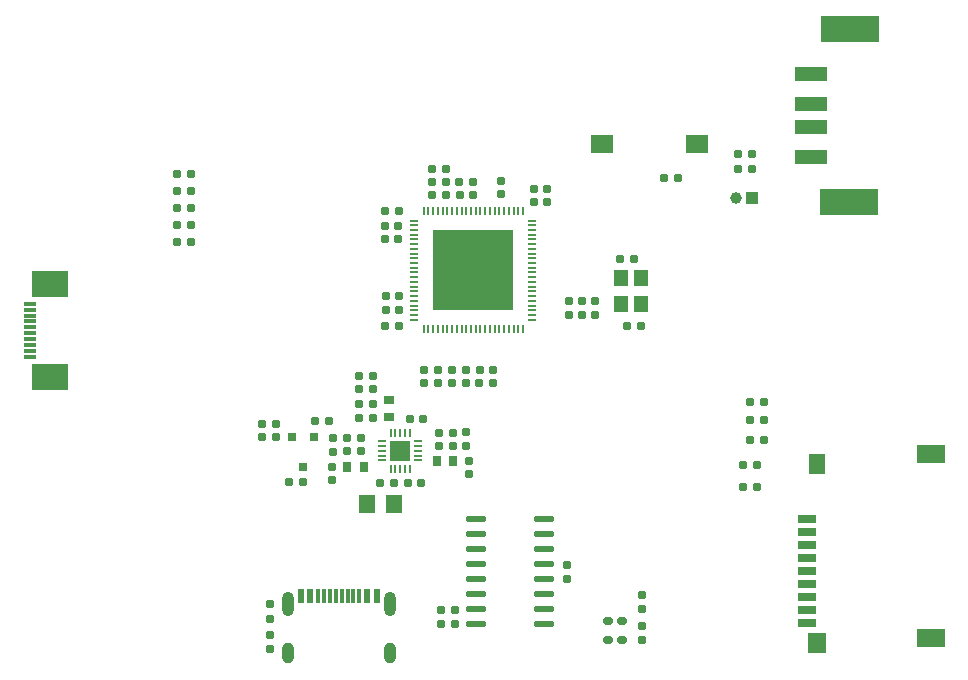
<source format=gbr>
%TF.GenerationSoftware,KiCad,Pcbnew,(6.0.0)*%
%TF.CreationDate,2022-08-30T21:50:04+08:00*%
%TF.ProjectId,F1C200S-HomeAssistant-Board,46314332-3030-4532-9d48-6f6d65417373,rev?*%
%TF.SameCoordinates,Original*%
%TF.FileFunction,Paste,Top*%
%TF.FilePolarity,Positive*%
%FSLAX46Y46*%
G04 Gerber Fmt 4.6, Leading zero omitted, Abs format (unit mm)*
G04 Created by KiCad (PCBNEW (6.0.0)) date 2022-08-30 21:50:04*
%MOMM*%
%LPD*%
G01*
G04 APERTURE LIST*
G04 Aperture macros list*
%AMRoundRect*
0 Rectangle with rounded corners*
0 $1 Rounding radius*
0 $2 $3 $4 $5 $6 $7 $8 $9 X,Y pos of 4 corners*
0 Add a 4 corners polygon primitive as box body*
4,1,4,$2,$3,$4,$5,$6,$7,$8,$9,$2,$3,0*
0 Add four circle primitives for the rounded corners*
1,1,$1+$1,$2,$3*
1,1,$1+$1,$4,$5*
1,1,$1+$1,$6,$7*
1,1,$1+$1,$8,$9*
0 Add four rect primitives between the rounded corners*
20,1,$1+$1,$2,$3,$4,$5,0*
20,1,$1+$1,$4,$5,$6,$7,0*
20,1,$1+$1,$6,$7,$8,$9,0*
20,1,$1+$1,$8,$9,$2,$3,0*%
G04 Aperture macros list end*
%ADD10RoundRect,0.155000X0.155000X-0.212500X0.155000X0.212500X-0.155000X0.212500X-0.155000X-0.212500X0*%
%ADD11RoundRect,0.160000X-0.197500X-0.160000X0.197500X-0.160000X0.197500X0.160000X-0.197500X0.160000X0*%
%ADD12RoundRect,0.160000X0.160000X-0.197500X0.160000X0.197500X-0.160000X0.197500X-0.160000X-0.197500X0*%
%ADD13R,1.900000X1.500000*%
%ADD14RoundRect,0.160000X-0.222500X-0.160000X0.222500X-0.160000X0.222500X0.160000X-0.222500X0.160000X0*%
%ADD15RoundRect,0.155000X0.212500X0.155000X-0.212500X0.155000X-0.212500X-0.155000X0.212500X-0.155000X0*%
%ADD16RoundRect,0.155000X-0.212500X-0.155000X0.212500X-0.155000X0.212500X0.155000X-0.212500X0.155000X0*%
%ADD17RoundRect,0.160000X0.197500X0.160000X-0.197500X0.160000X-0.197500X-0.160000X0.197500X-0.160000X0*%
%ADD18RoundRect,0.155000X-0.155000X0.212500X-0.155000X-0.212500X0.155000X-0.212500X0.155000X0.212500X0*%
%ADD19R,1.330000X1.500000*%
%ADD20R,1.200000X1.400000*%
%ADD21RoundRect,0.160000X-0.160000X0.197500X-0.160000X-0.197500X0.160000X-0.197500X0.160000X0.197500X0*%
%ADD22R,1.100000X0.300000*%
%ADD23R,3.100000X2.300000*%
%ADD24R,0.800000X0.860000*%
%ADD25O,1.750000X0.560000*%
%ADD26R,1.600000X0.700000*%
%ADD27R,1.600000X1.800000*%
%ADD28R,2.400000X1.600000*%
%ADD29R,1.400000X1.800000*%
%ADD30R,0.800000X0.200000*%
%ADD31R,0.200000X0.800000*%
%ADD32R,6.750000X6.750000*%
%ADD33R,0.860000X0.800000*%
%ADD34R,2.800000X1.200000*%
%ADD35R,5.000000X2.200000*%
%ADD36O,1.000000X2.100000*%
%ADD37O,1.000000X1.800000*%
%ADD38R,0.600000X1.240000*%
%ADD39R,0.300000X1.240000*%
%ADD40R,1.000000X1.000000*%
%ADD41C,1.000000*%
%ADD42R,1.700000X1.700000*%
%ADD43R,0.800000X0.800000*%
G04 APERTURE END LIST*
D10*
%TO.C,C16*%
X97300000Y-115567500D03*
X97300000Y-114432500D03*
%TD*%
D11*
%TO.C,R29*%
X69902500Y-119600000D03*
X71097500Y-119600000D03*
%TD*%
D12*
%TO.C,R21*%
X105300000Y-125797500D03*
X105300000Y-124602500D03*
%TD*%
D13*
%TO.C,SW1*%
X105900000Y-111300000D03*
X113900000Y-111300000D03*
%TD*%
D10*
%TO.C,C34*%
X92252500Y-151930000D03*
X92252500Y-150795000D03*
%TD*%
D14*
%TO.C,D2*%
X106427500Y-151700000D03*
X107572500Y-151700000D03*
%TD*%
D15*
%TO.C,C35*%
X118567500Y-113400000D03*
X117432500Y-113400000D03*
%TD*%
D16*
%TO.C,C22*%
X89432500Y-140000000D03*
X90567500Y-140000000D03*
%TD*%
%TO.C,C8*%
X90830000Y-131532500D03*
X91965000Y-131532500D03*
%TD*%
D11*
%TO.C,R18*%
X118402500Y-136400000D03*
X119597500Y-136400000D03*
%TD*%
D10*
%TO.C,C26*%
X83000000Y-139767500D03*
X83000000Y-138632500D03*
%TD*%
D17*
%TO.C,R2*%
X92697500Y-113400000D03*
X91502500Y-113400000D03*
%TD*%
D11*
%TO.C,R17*%
X117802500Y-138500000D03*
X118997500Y-138500000D03*
%TD*%
D12*
%TO.C,R12*%
X86500000Y-134497500D03*
X86500000Y-133302500D03*
%TD*%
D18*
%TO.C,C18*%
X103100000Y-124632500D03*
X103100000Y-125767500D03*
%TD*%
D16*
%TO.C,C25*%
X85332500Y-132100000D03*
X86467500Y-132100000D03*
%TD*%
D11*
%TO.C,R15*%
X118402500Y-133200000D03*
X119597500Y-133200000D03*
%TD*%
D10*
%TO.C,C27*%
X94600000Y-139267500D03*
X94600000Y-138132500D03*
%TD*%
D16*
%TO.C,C11*%
X93230000Y-130432500D03*
X94365000Y-130432500D03*
%TD*%
D15*
%TO.C,C29*%
X80567500Y-139900000D03*
X79432500Y-139900000D03*
%TD*%
D19*
%TO.C,F1*%
X85960000Y-141800000D03*
X88240000Y-141800000D03*
%TD*%
D11*
%TO.C,R1*%
X87502500Y-117000000D03*
X88697500Y-117000000D03*
%TD*%
D17*
%TO.C,R9*%
X93297500Y-135800000D03*
X92102500Y-135800000D03*
%TD*%
D15*
%TO.C,C13*%
X109167500Y-126700000D03*
X108032500Y-126700000D03*
%TD*%
D20*
%TO.C,X1*%
X109200000Y-124900000D03*
X109200000Y-122700000D03*
X107500000Y-122700000D03*
X107500000Y-124900000D03*
%TD*%
D15*
%TO.C,C10*%
X94967500Y-115600000D03*
X93832500Y-115600000D03*
%TD*%
D21*
%TO.C,R11*%
X85300000Y-133302500D03*
X85300000Y-134497500D03*
%TD*%
D15*
%TO.C,C3*%
X88667500Y-126700000D03*
X87532500Y-126700000D03*
%TD*%
D10*
%TO.C,C33*%
X93452500Y-151930000D03*
X93452500Y-150795000D03*
%TD*%
D18*
%TO.C,C24*%
X94400000Y-135732500D03*
X94400000Y-136867500D03*
%TD*%
D22*
%TO.C,J3*%
X57425000Y-129350000D03*
X57425000Y-128850000D03*
X57425000Y-128350000D03*
X57425000Y-127850000D03*
X57425000Y-127350000D03*
X57425000Y-126850000D03*
X57425000Y-126350000D03*
X57425000Y-125850000D03*
X57425000Y-125350000D03*
X57425000Y-124850000D03*
D23*
X59125000Y-123180000D03*
X59125000Y-131020000D03*
%TD*%
D16*
%TO.C,C12*%
X95530000Y-130432500D03*
X96665000Y-130432500D03*
%TD*%
D10*
%TO.C,C30*%
X78300000Y-136167500D03*
X78300000Y-135032500D03*
%TD*%
D17*
%TO.C,R4*%
X96695000Y-131532500D03*
X95500000Y-131532500D03*
%TD*%
D21*
%TO.C,R20*%
X77800000Y-152902500D03*
X77800000Y-154097500D03*
%TD*%
D24*
%TO.C,L2*%
X91900000Y-138200000D03*
X93300000Y-138200000D03*
%TD*%
D25*
%TO.C,U5*%
X100970000Y-151950000D03*
X100970000Y-150680000D03*
X100970000Y-149410000D03*
X100970000Y-148130000D03*
X100970000Y-146870000D03*
X100970000Y-145600000D03*
X100970000Y-144330000D03*
X100970000Y-143060000D03*
X95230000Y-143060000D03*
X95230000Y-144330000D03*
X95230000Y-145600000D03*
X95230000Y-146870000D03*
X95230000Y-148130000D03*
X95230000Y-149410000D03*
X95230000Y-150680000D03*
X95230000Y-151950000D03*
%TD*%
D11*
%TO.C,R16*%
X117805000Y-140400000D03*
X119000000Y-140400000D03*
%TD*%
D18*
%TO.C,C23*%
X83100000Y-136232500D03*
X83100000Y-137367500D03*
%TD*%
D16*
%TO.C,C14*%
X100132500Y-116200000D03*
X101267500Y-116200000D03*
%TD*%
%TO.C,C15*%
X100132500Y-115100000D03*
X101267500Y-115100000D03*
%TD*%
D10*
%TO.C,C5*%
X87600000Y-125367500D03*
X87600000Y-124232500D03*
%TD*%
D17*
%TO.C,R30*%
X118597500Y-112200000D03*
X117402500Y-112200000D03*
%TD*%
D26*
%TO.C,Card1*%
X123250000Y-143100000D03*
X123250000Y-144200000D03*
X123250000Y-145300000D03*
X123250000Y-146400000D03*
X123250000Y-147500000D03*
X123250000Y-148600000D03*
X123250000Y-149700000D03*
X123250000Y-150800000D03*
X123250000Y-151900000D03*
D27*
X124100000Y-153550000D03*
D28*
X133750000Y-153150000D03*
X133750000Y-137550000D03*
D29*
X124100000Y-138400000D03*
%TD*%
D11*
%TO.C,R27*%
X69902500Y-118200000D03*
X71097500Y-118200000D03*
%TD*%
D10*
%TO.C,C31*%
X77100000Y-136167500D03*
X77100000Y-135032500D03*
%TD*%
D14*
%TO.C,D1*%
X106427500Y-153300000D03*
X107572500Y-153300000D03*
%TD*%
D11*
%TO.C,R26*%
X69900000Y-115300000D03*
X71095000Y-115300000D03*
%TD*%
D18*
%TO.C,C19*%
X104200000Y-124632500D03*
X104200000Y-125767500D03*
%TD*%
D30*
%TO.C,U1*%
X90000000Y-117800000D03*
X90000000Y-118200000D03*
X90000000Y-118600000D03*
X90000000Y-119000000D03*
X90000000Y-119400000D03*
X90000000Y-119800000D03*
X90000000Y-120200000D03*
X90000000Y-120600000D03*
X90000000Y-121000000D03*
X90000000Y-121400000D03*
X90000000Y-121800000D03*
X90000000Y-122200000D03*
X90000000Y-122600000D03*
X90000000Y-123000000D03*
X90000000Y-123400000D03*
X90000000Y-123800000D03*
X90000000Y-124200000D03*
X90000000Y-124600000D03*
X90000000Y-125000000D03*
X90000000Y-125400000D03*
X90000000Y-125800000D03*
X90000000Y-126200000D03*
D31*
X90800000Y-127000000D03*
X91200000Y-127000000D03*
X91600000Y-127000000D03*
X92000000Y-127000000D03*
X92400000Y-127000000D03*
X92800000Y-127000000D03*
X93200000Y-127000000D03*
X93600000Y-127000000D03*
X94000000Y-127000000D03*
X94400000Y-127000000D03*
X94800000Y-127000000D03*
X95200000Y-127000000D03*
X95600000Y-127000000D03*
X96000000Y-127000000D03*
X96400000Y-127000000D03*
X96800000Y-127000000D03*
X97200000Y-127000000D03*
X97600000Y-127000000D03*
X98000000Y-127000000D03*
X98400000Y-127000000D03*
X98800000Y-127000000D03*
X99200000Y-127000000D03*
D30*
X100000000Y-126200000D03*
X100000000Y-125800000D03*
X100000000Y-125400000D03*
X100000000Y-125000000D03*
X100000000Y-124600000D03*
X100000000Y-124200000D03*
X100000000Y-123800000D03*
X100000000Y-123400000D03*
X100000000Y-123000000D03*
X100000000Y-122600000D03*
X100000000Y-122200000D03*
X100000000Y-121800000D03*
X100000000Y-121400000D03*
X100000000Y-121000000D03*
X100000000Y-120600000D03*
X100000000Y-120200000D03*
X100000000Y-119800000D03*
X100000000Y-119400000D03*
X100000000Y-119000000D03*
X100000000Y-118600000D03*
X100000000Y-118200000D03*
X100000000Y-117800000D03*
D31*
X99200000Y-117000000D03*
X98800000Y-117000000D03*
X98400000Y-117000000D03*
X98000000Y-117000000D03*
X97600000Y-117000000D03*
X97200000Y-117000000D03*
X96800000Y-117000000D03*
X96400000Y-117000000D03*
X96000000Y-117000000D03*
X95600000Y-117000000D03*
X95200000Y-117000000D03*
X94800000Y-117000000D03*
X94400000Y-117000000D03*
X94000000Y-117000000D03*
X93600000Y-117000000D03*
X93200000Y-117000000D03*
X92800000Y-117000000D03*
X92400000Y-117000000D03*
X92000000Y-117000000D03*
X91600000Y-117000000D03*
X91200000Y-117000000D03*
X90800000Y-117000000D03*
D32*
X95000000Y-122000000D03*
%TD*%
D15*
%TO.C,C20*%
X88267500Y-140000000D03*
X87132500Y-140000000D03*
%TD*%
D11*
%TO.C,R25*%
X69902500Y-116700000D03*
X71097500Y-116700000D03*
%TD*%
D10*
%TO.C,C32*%
X102952500Y-148130000D03*
X102952500Y-146995000D03*
%TD*%
D16*
%TO.C,C17*%
X107432500Y-121100000D03*
X108567500Y-121100000D03*
%TD*%
D17*
%TO.C,R8*%
X85497500Y-137300000D03*
X84302500Y-137300000D03*
%TD*%
D16*
%TO.C,C28*%
X85332500Y-131000000D03*
X86467500Y-131000000D03*
%TD*%
D33*
%TO.C,L3*%
X87900000Y-134400000D03*
X87900000Y-133000000D03*
%TD*%
D10*
%TO.C,C4*%
X88600000Y-119367500D03*
X88600000Y-118232500D03*
%TD*%
D34*
%TO.C,USB1*%
X123562500Y-112400000D03*
X123562500Y-109900000D03*
X123562500Y-107900000D03*
X123562500Y-105390000D03*
D35*
X126862500Y-101600000D03*
X126822500Y-116200000D03*
%TD*%
D21*
%TO.C,R23*%
X109300000Y-149502500D03*
X109300000Y-150697500D03*
%TD*%
%TO.C,R19*%
X77800000Y-150302500D03*
X77800000Y-151497500D03*
%TD*%
D17*
%TO.C,R6*%
X94997500Y-114500000D03*
X93802500Y-114500000D03*
%TD*%
D36*
%TO.C,U4*%
X79280000Y-150252500D03*
X87920000Y-150252500D03*
D37*
X87920000Y-154432500D03*
X79280000Y-154432500D03*
D38*
X80400000Y-149632500D03*
X81200000Y-149632500D03*
D39*
X82350000Y-149632500D03*
X83350000Y-149632500D03*
X83850000Y-149632500D03*
X84850000Y-149632500D03*
D38*
X86800000Y-149632500D03*
X86000000Y-149632500D03*
D39*
X85350000Y-149632500D03*
X84350000Y-149632500D03*
X82850000Y-149632500D03*
X81850000Y-149632500D03*
%TD*%
D10*
%TO.C,C1*%
X87500000Y-119367500D03*
X87500000Y-118232500D03*
%TD*%
D16*
%TO.C,C6*%
X91532500Y-115600000D03*
X92667500Y-115600000D03*
%TD*%
D24*
%TO.C,L1*%
X85700000Y-138700000D03*
X84300000Y-138700000D03*
%TD*%
D17*
%TO.C,R13*%
X82797500Y-134800000D03*
X81602500Y-134800000D03*
%TD*%
D16*
%TO.C,C21*%
X89632500Y-134600000D03*
X90767500Y-134600000D03*
%TD*%
D11*
%TO.C,R14*%
X118402500Y-134700000D03*
X119597500Y-134700000D03*
%TD*%
D17*
%TO.C,R3*%
X94392500Y-131532500D03*
X93197500Y-131532500D03*
%TD*%
D16*
%TO.C,C7*%
X91532500Y-114500000D03*
X92667500Y-114500000D03*
%TD*%
D10*
%TO.C,C2*%
X88700000Y-125367500D03*
X88700000Y-124232500D03*
%TD*%
D11*
%TO.C,R10*%
X92102500Y-136900000D03*
X93297500Y-136900000D03*
%TD*%
D40*
%TO.C,MIC1*%
X118600000Y-115900000D03*
D41*
X117200000Y-115900000D03*
%TD*%
D17*
%TO.C,R5*%
X112297500Y-114200000D03*
X111102500Y-114200000D03*
%TD*%
D30*
%TO.C,U2*%
X87300000Y-136500000D03*
X87300000Y-136900000D03*
X87300000Y-137300000D03*
X87300000Y-137700000D03*
X87300000Y-138100000D03*
D31*
X88000000Y-138800000D03*
X88400000Y-138800000D03*
X88800000Y-138800000D03*
X89200000Y-138800000D03*
X89600000Y-138800000D03*
D30*
X90300000Y-138100000D03*
X90300000Y-137700000D03*
X90300000Y-137300000D03*
X90300000Y-136900000D03*
X90300000Y-136500000D03*
D31*
X89600000Y-135800000D03*
X89200000Y-135800000D03*
X88800000Y-135800000D03*
X88400000Y-135800000D03*
X88000000Y-135800000D03*
D42*
X88800000Y-137300000D03*
%TD*%
D16*
%TO.C,C9*%
X90830000Y-130432500D03*
X91965000Y-130432500D03*
%TD*%
D12*
%TO.C,R22*%
X109300000Y-153297500D03*
X109300000Y-152102500D03*
%TD*%
D11*
%TO.C,R7*%
X84302500Y-136200000D03*
X85497500Y-136200000D03*
%TD*%
%TO.C,R28*%
X69900000Y-113900000D03*
X71095000Y-113900000D03*
%TD*%
D43*
%TO.C,U3*%
X81550000Y-136140000D03*
X79650000Y-136130000D03*
X80600000Y-138670000D03*
%TD*%
M02*

</source>
